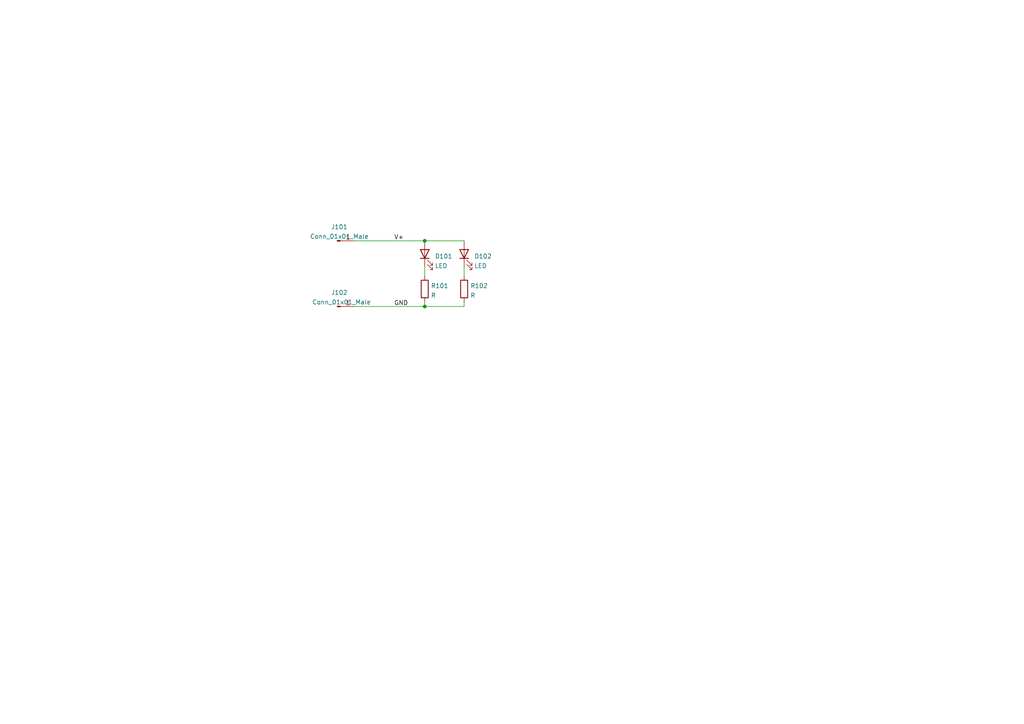
<source format=kicad_sch>
(kicad_sch (version 20211123) (generator eeschema)
  (paper "A4")
  (lib_symbols
    (symbol "Connector:Conn_01x01_Male" (pin_names (offset 1.016) hide)
      (property "Reference" "J" (at 0 2.54 0))
      (property "Value" "Conn_01x01_Male" (at 0 -2.54 0))
      (symbol "Conn_01x01_Male_1_1"
        (polyline (pts (xy 1.27 0) (xy 0.8636 0)) (stroke (width 0.1524)))
        (rectangle (start 0.8636 0.127) (end 0 -0.127) (stroke (width 0.1524)) (fill (type outline)))
        (pin passive line (at 5.08 0 180) (length 3.81) (name "Pin_1") (number "1"))
      )
    )
    (symbol "Device:LED" (pin_numbers hide) (pin_names (offset 1.016) hide)
      (property "Reference" "D" (at 0 2.54 0))
      (property "Value" "LED" (at 0 -2.54 0))
      (symbol "LED_0_1"
        (polyline (pts (xy -1.27 -1.27) (xy -1.27 1.27)) (stroke (width 0.254)))
        (polyline (pts (xy -1.27 0) (xy 1.27 0)))
        (polyline (pts (xy 1.27 -1.27) (xy 1.27 1.27) (xy -1.27 0) (xy 1.27 -1.27)) (stroke (width 0.254)))
        (polyline (pts (xy -3.048 -0.762) (xy -4.572 -2.286) (xy -3.81 -2.286) (xy -4.572 -2.286) (xy -4.572 -1.524)))
        (polyline (pts (xy -1.778 -0.762) (xy -3.302 -2.286) (xy -2.54 -2.286) (xy -3.302 -2.286) (xy -3.302 -1.524)))
      )
      (symbol "LED_1_1"
        (pin passive line (at -3.81 0 0) (length 2.54) (name "K") (number "1"))
        (pin passive line (at 3.81 0 180) (length 2.54) (name "A") (number "2"))
      )
    )
    (symbol "Device:R" (pin_numbers hide) (pin_names (offset 0))
      (property "Reference" "R" (at 2.032 0 90))
      (property "Value" "R" (at 0 0 90))
      (symbol "R_0_1"
        (rectangle (start -1.016 -2.54) (end 1.016 2.54) (stroke (width 0.254)))
      )
      (symbol "R_1_1"
        (pin passive line (at 0 3.81 270) (length 1.27) (name "~") (number "1"))
        (pin passive line (at 0 -3.81 90) (length 1.27) (name "~") (number "2"))
      )
    )
  )
  (junction (at 123.19 88.9))
  (junction (at 123.19 69.85))
  (wire (pts (xy 123.19 77.47) (xy 123.19 80.01)))
  (wire (pts (xy 134.62 88.9) (xy 134.62 87.63)))
  (wire (pts (xy 102.87 69.85) (xy 123.19 69.85)))
  (wire (pts (xy 123.19 87.63) (xy 123.19 88.9)))
  (wire (pts (xy 123.19 69.85) (xy 134.62 69.85)))
  (wire (pts (xy 134.62 77.47) (xy 134.62 80.01)))
  (wire (pts (xy 102.87 88.9) (xy 123.19 88.9)))
  (wire (pts (xy 123.19 88.9) (xy 134.62 88.9)))
  (label "V+" (at 114.3 69.85 0))
  (label "GND" (at 114.3 88.9 0))
  (symbol (lib_id "Device:R") (at 134.62 83.82 0) (unit 1)
    (property "Reference" "R102" (at 136.398 82.9115 0) (effects (justify left)))
    (property "Value" "R" (at 136.398 85.6866 0) (effects (justify left)))
    (property "Footprint" "project:res" (effects hide))
  )
  (symbol (lib_id "Device:LED") (at 134.62 73.66 90) (unit 1)
    (property "Reference" "D102" (at 137.541 74.339 90) (effects (justify right)))
    (property "Value" "LED" (at 137.541 77.1141 90) (effects (justify right)))
    (property "Footprint" "project:led" (effects hide))
  )
  (symbol (lib_id "Device:R") (at 123.19 83.82 0) (unit 1)
    (property "Reference" "R101" (at 124.968 82.9115 0) (effects (justify left)))
    (property "Value" "R" (at 124.968 85.6866 0) (effects (justify left)))
    (property "Footprint" "project:res" (effects hide))
  )
  (symbol (lib_id "Device:LED") (at 123.19 73.66 90) (unit 1)
    (property "Reference" "D101" (at 126.111 74.339 90) (effects (justify right)))
    (property "Value" "LED" (at 126.111 77.1141 90) (effects (justify right)))
    (property "Footprint" "project:led" (effects hide))
  )
  (symbol (lib_id "Connector:Conn_01x01_Male") (at 97.79 88.9 0) (unit 1)
    (property "Reference" "J102" (at 98.425 84.8573 0))
    (property "Value" "Conn_01x01_Male" (at 99.06 87.63 0))
    (property "Footprint" "project:pad" (effects hide))
  )
  (symbol (lib_id "Connector:Conn_01x01_Male") (at 97.79 69.85 0) (unit 1)
    (property "Reference" "J101" (at 98.425 65.8073 0))
    (property "Value" "Conn_01x01_Male" (at 98.425 68.5824 0))
    (property "Footprint" "project:pad" (effects hide))
  )
)
</source>
